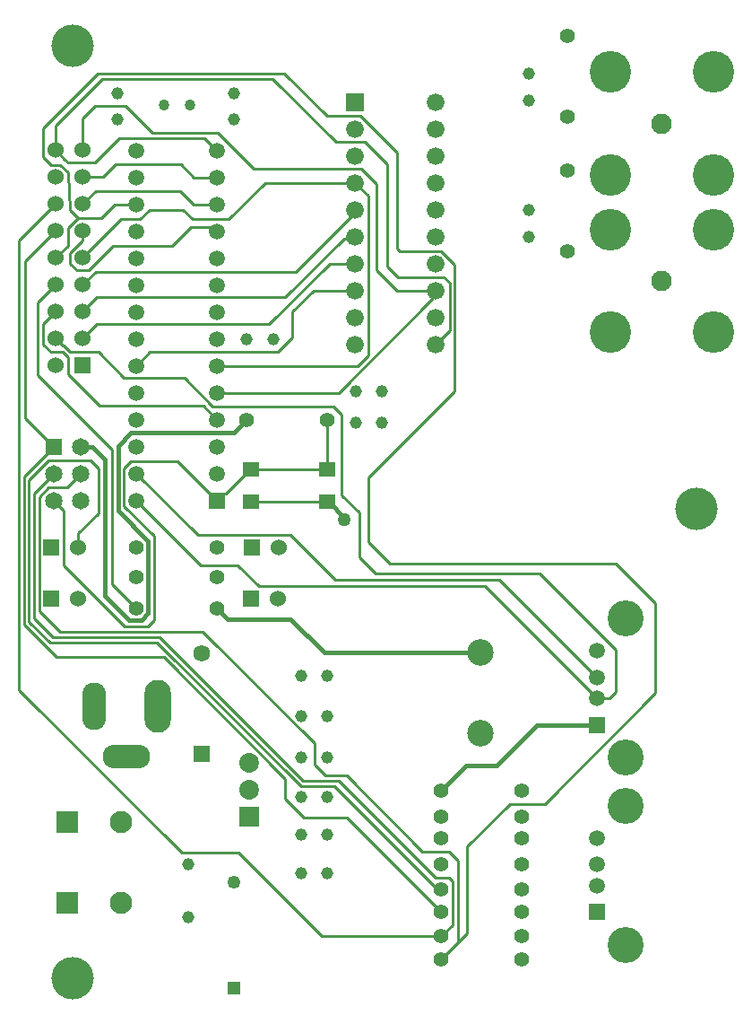
<source format=gtl>
G04*
G04 #@! TF.GenerationSoftware,Altium Limited,Altium Designer,22.10.1 (41)*
G04*
G04 Layer_Physical_Order=1*
G04 Layer_Color=255*
%FSLAX25Y25*%
%MOIN*%
G70*
G04*
G04 #@! TF.SameCoordinates,0999A839-FE00-46F6-A3B1-7260279DBB53*
G04*
G04*
G04 #@! TF.FilePolarity,Positive*
G04*
G01*
G75*
%ADD16C,0.01000*%
%ADD17R,0.06299X0.05512*%
%ADD24C,0.04921*%
%ADD25R,0.04921X0.04921*%
%ADD50C,0.01500*%
%ADD51C,0.09843*%
%ADD52C,0.04528*%
%ADD53C,0.06600*%
%ADD54R,0.06600X0.06600*%
%ADD55C,0.15748*%
%ADD56C,0.07323*%
%ADD57R,0.07323X0.07323*%
%ADD58C,0.07677*%
%ADD59C,0.15417*%
%ADD60C,0.05512*%
%ADD61C,0.08268*%
%ADD62R,0.08268X0.08268*%
%ADD63C,0.06496*%
%ADD64R,0.06496X0.06496*%
%ADD65C,0.06024*%
%ADD66R,0.06024X0.06024*%
%ADD67R,0.06024X0.06024*%
%ADD68R,0.05937X0.05937*%
%ADD69C,0.05937*%
%ADD70C,0.13370*%
%ADD71C,0.04055*%
%ADD72C,0.05906*%
%ADD73R,0.05906X0.05906*%
%ADD74O,0.17717X0.08858*%
%ADD75O,0.08858X0.17717*%
%ADD76O,0.09843X0.19685*%
%ADD77R,0.06260X0.06260*%
%ADD78C,0.06260*%
%ADD79C,0.05000*%
D16*
X79000Y192000D02*
X81453Y194453D01*
X91433Y203406D02*
X120173D01*
X81453Y194453D02*
X82480D01*
X91433Y203406D01*
X44916Y338584D02*
X55000Y328500D01*
X33584Y338584D02*
X44916D01*
X55000Y328500D02*
X79500D01*
X92800Y315200D01*
X70500Y312000D02*
X79000D01*
X41400Y316900D02*
X65600D01*
X70500Y312000D01*
X70000Y296500D02*
X83500D01*
X66500Y300000D02*
X70000Y296500D01*
X54000Y300000D02*
X66500D01*
X83500Y296500D02*
X97000Y310000D01*
X69500Y293500D02*
X76173D01*
X62500Y286500D02*
X69500Y293500D01*
X76173D02*
X77673Y292000D01*
X79000D01*
X50500Y296500D02*
X54000Y300000D01*
X43421Y296500D02*
X50500D01*
X40500Y286500D02*
X62500D01*
X31500Y277500D02*
X40500Y286500D01*
X70500Y302000D02*
X79000D01*
X65500Y307000D02*
X70500Y302000D01*
X33921Y307000D02*
X65500D01*
X29000Y302079D02*
X33921Y307000D01*
X98500Y257500D02*
X121000Y280000D01*
X34421Y257500D02*
X98500D01*
X121000Y280000D02*
X130500D01*
X104500Y267500D02*
X126356Y289356D01*
X34421Y267500D02*
X104500D01*
X129856Y289356D02*
X130500Y290000D01*
X126356Y289356D02*
X129856D01*
X33921Y277000D02*
X108500D01*
X130500Y299000D02*
Y300000D01*
X108500Y277000D02*
X130500Y299000D01*
X107100Y252600D02*
Y262100D01*
X101600Y247100D02*
X107100Y252600D01*
X54100Y247100D02*
X101600D01*
X107100Y262100D02*
X115000Y270000D01*
X130500D01*
X49000Y242000D02*
X54100Y247100D01*
X29000Y262079D02*
X34421Y267500D01*
X22488Y318591D02*
X22488D01*
X25510Y317502D02*
X25512Y317500D01*
X22488Y318591D02*
X23577Y317502D01*
X25510D01*
X25512Y317500D02*
X33600D01*
X23646Y313900D02*
X23667Y313517D01*
X20821Y316591D02*
X23366Y314180D01*
X23667Y313517D02*
X24400Y300000D01*
X23366Y314180D02*
X23646Y313900D01*
X17500Y316591D02*
X20821D01*
X24400Y300000D02*
X27400Y297000D01*
X14400Y319691D02*
X17500Y316591D01*
X132800Y315200D02*
X138500Y309500D01*
X92800Y315200D02*
X132800D01*
X138500Y277500D02*
Y309500D01*
X135500Y176500D02*
Y200500D01*
X167500Y232500D01*
X172100Y63600D02*
X187900Y79400D01*
X200900D01*
X172100Y31194D02*
Y63600D01*
X122500Y227000D02*
X125500Y224000D01*
Y194000D02*
X132000Y187500D01*
X125500Y194000D02*
Y224000D01*
X132000Y171000D02*
Y187500D01*
Y171000D02*
X138000Y165000D01*
X167500Y232500D02*
Y279505D01*
X242000Y120500D02*
Y154000D01*
X143500Y168500D02*
X227500D01*
X242000Y154000D01*
X135500Y176500D02*
X143500Y168500D01*
X162405Y284600D02*
X167500Y279505D01*
X146986Y284600D02*
X162405D01*
X146000Y285586D02*
Y321288D01*
X165700Y255200D02*
Y272800D01*
X146000Y285586D02*
X146986Y284600D01*
X160500Y250000D02*
X165700Y255200D01*
X163500Y275000D02*
X165700Y272800D01*
X132488Y334800D02*
X146000Y321288D01*
X199000Y165000D02*
X227500Y136500D01*
X138000Y165000D02*
X199000D01*
X184000Y162500D02*
X220264Y126236D01*
X106400Y179100D02*
X123000Y162500D01*
X184000D01*
X71900Y179100D02*
X106400D01*
X227500Y121000D02*
Y136500D01*
X94600Y160100D02*
X178660D01*
X220331Y118429D01*
X77500Y227000D02*
X122500D01*
X146500Y275000D02*
X163500D01*
X142500Y279000D02*
Y316800D01*
Y279000D02*
X146500Y275000D01*
X158970Y266955D02*
X160500Y268485D01*
X158970Y266742D02*
Y266955D01*
X160500Y268485D02*
Y270000D01*
X124229Y232000D02*
X158970Y266742D01*
X146000Y270000D02*
X160500D01*
X138500Y277500D02*
X146000Y270000D01*
X134100Y325200D02*
X142500Y316800D01*
X123271Y325200D02*
X134100D01*
X119900Y334800D02*
X132488D01*
X5500Y121500D02*
Y288579D01*
X65855Y61145D02*
X86855D01*
X5500Y121500D02*
X65855Y61145D01*
X14400Y319691D02*
Y330400D01*
X34700Y350700D02*
X104000D01*
X14400Y330400D02*
X34700Y350700D01*
X86855Y61145D02*
X117906Y30094D01*
X162500D01*
X200900Y79400D02*
X242000Y120500D01*
X224929Y118429D02*
X227500Y121000D01*
X220331Y118429D02*
X224929D01*
X104500Y81300D02*
Y88500D01*
X59218Y133782D02*
X104500Y88500D01*
X19477Y133782D02*
X59218D01*
X56756Y139244D02*
X110220Y85780D01*
X16856Y139244D02*
X56756D01*
X110220Y85780D02*
X122820D01*
X104793Y81007D02*
X111500Y74300D01*
X104500Y81300D02*
X104793Y81007D01*
X7300Y200800D02*
X18500Y212000D01*
X9100Y147000D02*
X16856Y139244D01*
X5500Y288579D02*
X19000Y302079D01*
X7300Y145959D02*
X19477Y133782D01*
X9100Y199600D02*
X16300Y206800D01*
X9100Y147000D02*
Y199600D01*
X7300Y145959D02*
Y200800D01*
X29000Y272079D02*
X33921Y277000D01*
X26900Y277500D02*
X31500D01*
X24400Y280000D02*
X26900Y277500D01*
X24400Y280000D02*
Y284000D01*
X29000Y288600D01*
Y292079D01*
Y312079D02*
X36579D01*
X41400Y316900D01*
X40000Y161000D02*
X49000Y152000D01*
X40000Y161000D02*
Y210817D01*
X12400Y238417D02*
X40000Y210817D01*
X12400Y238417D02*
Y265479D01*
X19000Y272079D01*
X162500Y21594D02*
X168800Y27894D01*
X172100Y31194D01*
X104000Y350700D02*
X119900Y334800D01*
X27400Y297000D02*
X36000D01*
X168800Y27894D02*
Y58400D01*
X165500Y61700D02*
X168800Y58400D01*
X155300Y61700D02*
X165500D01*
X127200Y89800D02*
X155300Y61700D01*
X119400Y89800D02*
X127200D01*
X115200Y94000D02*
X119400Y89800D01*
X115200Y94000D02*
Y101800D01*
X73756Y143244D02*
X115200Y101800D01*
X20732Y143244D02*
X73756D01*
X12988Y150988D02*
X20732Y143244D01*
X12988Y150988D02*
Y193236D01*
X16500Y196748D01*
X23248D01*
X28500Y202000D01*
X73900Y227100D02*
X79000Y222000D01*
X35500Y227100D02*
X73900D01*
X23600Y239000D02*
X35500Y227100D01*
X23600Y239000D02*
Y245100D01*
X21600Y247100D02*
X23600Y245100D01*
X17300Y247100D02*
X21600D01*
X14400Y250000D02*
X17300Y247100D01*
X14400Y250000D02*
Y257479D01*
X19000Y262079D01*
X10988Y194488D02*
X18500Y202000D01*
X10988Y148239D02*
Y194488D01*
Y148239D02*
X17983Y141244D01*
X57605D01*
X111070Y87780D01*
X124420D01*
X160300Y51900D01*
X165500D01*
X166800Y50600D01*
Y34394D02*
Y50600D01*
X162500Y30094D02*
X166800Y34394D01*
X27500Y174500D02*
Y179900D01*
X34900Y187300D01*
Y204000D01*
X32100Y206800D02*
X34900Y204000D01*
X16300Y206800D02*
X32100D01*
X122820Y85780D02*
X159900Y48700D01*
X162500Y47594D01*
X7800Y222700D02*
X18500Y212000D01*
X7800Y222700D02*
Y280879D01*
X19000Y292079D01*
Y252079D02*
X21556Y249523D01*
X22093D01*
X24479Y247137D01*
X34863D01*
X44500Y237500D01*
X67000D01*
X77500Y227000D01*
X64500Y206500D02*
X79000Y192000D01*
X47000Y206500D02*
X64500D01*
X44500Y204000D02*
X47000Y206500D01*
X44500Y190000D02*
Y204000D01*
Y190000D02*
X55756Y178744D01*
Y147500D02*
Y178744D01*
X53500Y145244D02*
X55756Y147500D01*
X44700Y145244D02*
X53500D01*
X22100Y167844D02*
X44700Y145244D01*
X22100Y167844D02*
Y188400D01*
X18500Y192000D02*
X22100Y188400D01*
X49000Y202000D02*
X71900Y179100D01*
X86700Y168000D02*
X94600Y160100D01*
X73000Y168000D02*
X86700D01*
X49000Y192000D02*
X73000Y168000D01*
X111500Y74300D02*
X127294D01*
X162500Y39094D01*
X41000Y302000D02*
X49000D01*
X36000Y297000D02*
X41000Y302000D01*
X23600Y293200D02*
X27400Y297000D01*
X23600Y286679D02*
Y293200D01*
X19000Y282079D02*
X23600Y286679D01*
X29000Y282079D02*
X43421Y296500D01*
X97000Y310000D02*
X130500D01*
X29000Y334000D02*
X33584Y338584D01*
X29000Y322079D02*
Y334000D01*
X19000Y322079D02*
Y331300D01*
X36400Y348700D01*
X99771D01*
X123271Y325200D01*
X19000Y322079D02*
X22488Y318591D01*
X33600Y317500D02*
X42600Y326500D01*
X74500D01*
X79000Y322000D01*
X29000Y252079D02*
X34421Y257500D01*
X79000Y232000D02*
X124229D01*
X79000Y242000D02*
X131400D01*
X135300Y245900D01*
Y305200D01*
X130500Y310000D02*
X135300Y305200D01*
X91827Y191594D02*
X120173D01*
Y203406D02*
Y222000D01*
D17*
Y203406D02*
D03*
Y191594D02*
D03*
X91827D02*
D03*
Y203406D02*
D03*
D24*
X85500Y50185D02*
D03*
D25*
Y10815D02*
D03*
D50*
X79000Y152000D02*
X83000Y148000D01*
X119039Y135461D02*
X177000D01*
X106500Y148000D02*
X119039Y135461D01*
X83000Y148000D02*
X106500D01*
X183000Y93500D02*
X198102Y108602D01*
X162500Y84343D02*
X171657Y93500D01*
X183000D01*
X126500Y185000D02*
Y185661D01*
X120567Y191594D02*
X126500Y185661D01*
X198102Y108602D02*
X220315D01*
X120173Y191594D02*
X120567D01*
X220315Y108602D02*
X220331Y108587D01*
X28500Y212000D02*
X32700D01*
X37300Y207400D01*
Y156500D02*
Y207400D01*
Y156500D02*
X46306Y147494D01*
X50867D01*
X53506Y150133D01*
Y176994D01*
X42250Y188250D02*
X53506Y176994D01*
X42250Y188250D02*
Y212384D01*
X46939Y217073D01*
X85246D01*
X90173Y222000D01*
D51*
X177000Y135461D02*
D03*
Y105539D02*
D03*
D52*
X195000Y290000D02*
D03*
Y299843D02*
D03*
Y350421D02*
D03*
Y340579D02*
D03*
X120173Y53516D02*
D03*
X110331D02*
D03*
X120173Y68016D02*
D03*
X110331D02*
D03*
X120173Y82016D02*
D03*
X110331D02*
D03*
X120173Y96516D02*
D03*
X110331D02*
D03*
X120173Y112016D02*
D03*
X110331D02*
D03*
X120173Y127016D02*
D03*
X110331D02*
D03*
X130579Y221000D02*
D03*
X140421D02*
D03*
X130579Y232500D02*
D03*
X140421D02*
D03*
X100016Y252000D02*
D03*
X90173D02*
D03*
X85500Y333500D02*
D03*
Y343343D02*
D03*
X42000D02*
D03*
Y333500D02*
D03*
X68500Y37098D02*
D03*
Y56783D02*
D03*
D53*
X160500Y340000D02*
D03*
Y330000D02*
D03*
Y320000D02*
D03*
Y310000D02*
D03*
Y300000D02*
D03*
Y290000D02*
D03*
Y280000D02*
D03*
Y270000D02*
D03*
Y260000D02*
D03*
Y250000D02*
D03*
X130500D02*
D03*
Y260000D02*
D03*
Y270000D02*
D03*
Y280000D02*
D03*
Y290000D02*
D03*
Y300000D02*
D03*
Y310000D02*
D03*
Y320000D02*
D03*
Y330000D02*
D03*
D54*
Y340000D02*
D03*
D55*
X25500Y14500D02*
D03*
Y361000D02*
D03*
X257500Y188750D02*
D03*
D56*
X91000Y94500D02*
D03*
Y84500D02*
D03*
D57*
Y74500D02*
D03*
D58*
X244500Y332000D02*
D03*
Y273500D02*
D03*
D59*
X263594Y351094D02*
D03*
X225406D02*
D03*
Y312906D02*
D03*
X263594D02*
D03*
Y292594D02*
D03*
X225406D02*
D03*
Y254406D02*
D03*
X263594D02*
D03*
D60*
X192500Y21594D02*
D03*
X162500D02*
D03*
X192500Y30094D02*
D03*
X162500D02*
D03*
X192500Y39094D02*
D03*
X162500D02*
D03*
X192500Y47594D02*
D03*
X162500D02*
D03*
X192500Y56783D02*
D03*
X162500D02*
D03*
X49000Y152000D02*
D03*
X79000D02*
D03*
X49000Y174500D02*
D03*
X79000D02*
D03*
X49000Y163500D02*
D03*
X79000D02*
D03*
X192500Y66626D02*
D03*
X162500D02*
D03*
X192500Y74500D02*
D03*
X162500D02*
D03*
X192500Y84343D02*
D03*
X162500D02*
D03*
X120173Y222000D02*
D03*
X90173D02*
D03*
X209500Y334500D02*
D03*
Y364500D02*
D03*
Y314500D02*
D03*
Y284500D02*
D03*
D61*
X43500Y42500D02*
D03*
Y72500D02*
D03*
D62*
X23500Y42500D02*
D03*
Y72500D02*
D03*
D63*
X28500Y192000D02*
D03*
Y202000D02*
D03*
Y212000D02*
D03*
X18500Y192000D02*
D03*
Y202000D02*
D03*
D64*
Y212000D02*
D03*
D65*
X19000Y322079D02*
D03*
X29000D02*
D03*
X19000Y312079D02*
D03*
X29000D02*
D03*
X19000Y302079D02*
D03*
X29000D02*
D03*
X19000Y292079D02*
D03*
X29000D02*
D03*
X19000Y282079D02*
D03*
X29000D02*
D03*
X19000Y272079D02*
D03*
X29000D02*
D03*
X19000Y262079D02*
D03*
X29000D02*
D03*
X19000Y252079D02*
D03*
X29000D02*
D03*
X19000Y242079D02*
D03*
X102000Y174500D02*
D03*
X101579Y155500D02*
D03*
X27500Y174500D02*
D03*
Y155500D02*
D03*
D66*
X29000Y242079D02*
D03*
D67*
X92000Y174500D02*
D03*
X91579Y155500D02*
D03*
X17500Y174500D02*
D03*
Y155500D02*
D03*
D68*
X220331Y39087D02*
D03*
Y108587D02*
D03*
D69*
Y48929D02*
D03*
Y56803D02*
D03*
Y66646D02*
D03*
Y118429D02*
D03*
Y126303D02*
D03*
Y136146D02*
D03*
D70*
X231000Y27000D02*
D03*
Y78732D02*
D03*
Y96500D02*
D03*
Y148232D02*
D03*
D71*
X69079Y339000D02*
D03*
X59236D02*
D03*
D72*
X49000Y322000D02*
D03*
Y312000D02*
D03*
Y302000D02*
D03*
Y292000D02*
D03*
Y282000D02*
D03*
Y272000D02*
D03*
Y262000D02*
D03*
Y252000D02*
D03*
Y242000D02*
D03*
Y232000D02*
D03*
Y222000D02*
D03*
Y212000D02*
D03*
Y202000D02*
D03*
Y192000D02*
D03*
X79000Y322000D02*
D03*
Y312000D02*
D03*
Y302000D02*
D03*
Y292000D02*
D03*
Y282000D02*
D03*
Y272000D02*
D03*
Y262000D02*
D03*
Y252000D02*
D03*
Y242000D02*
D03*
Y232000D02*
D03*
Y222000D02*
D03*
Y212000D02*
D03*
Y202000D02*
D03*
D73*
Y192000D02*
D03*
D74*
X45311Y96996D02*
D03*
D75*
X33500Y115500D02*
D03*
D76*
X57122D02*
D03*
D77*
X73500Y97740D02*
D03*
D78*
Y135260D02*
D03*
D79*
X126500Y185000D02*
D03*
M02*

</source>
